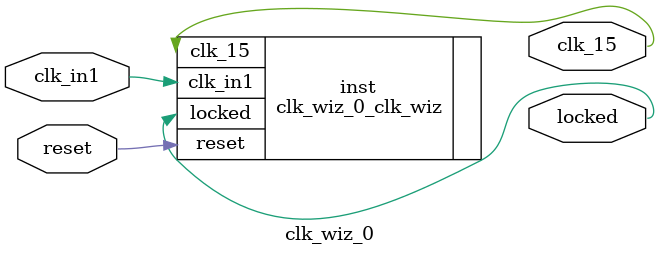
<source format=v>


`timescale 1ps/1ps

(* CORE_GENERATION_INFO = "clk_wiz_0,clk_wiz_v6_0_1_0_0,{component_name=clk_wiz_0,use_phase_alignment=true,use_min_o_jitter=false,use_max_i_jitter=false,use_dyn_phase_shift=false,use_inclk_switchover=false,use_dyn_reconfig=false,enable_axi=0,feedback_source=FDBK_AUTO,PRIMITIVE=MMCM,num_out_clk=1,clkin1_period=10.000,clkin2_period=10.000,use_power_down=false,use_reset=true,use_locked=true,use_inclk_stopped=false,feedback_type=SINGLE,CLOCK_MGR_TYPE=NA,manual_override=false}" *)

module clk_wiz_0 
 (
  // Clock out ports
  output        clk_15,
  // Status and control signals
  input         reset,
  output        locked,
 // Clock in ports
  input         clk_in1
 );

  clk_wiz_0_clk_wiz inst
  (
  // Clock out ports  
  .clk_15(clk_15),
  // Status and control signals               
  .reset(reset), 
  .locked(locked),
 // Clock in ports
  .clk_in1(clk_in1)
  );

endmodule

</source>
